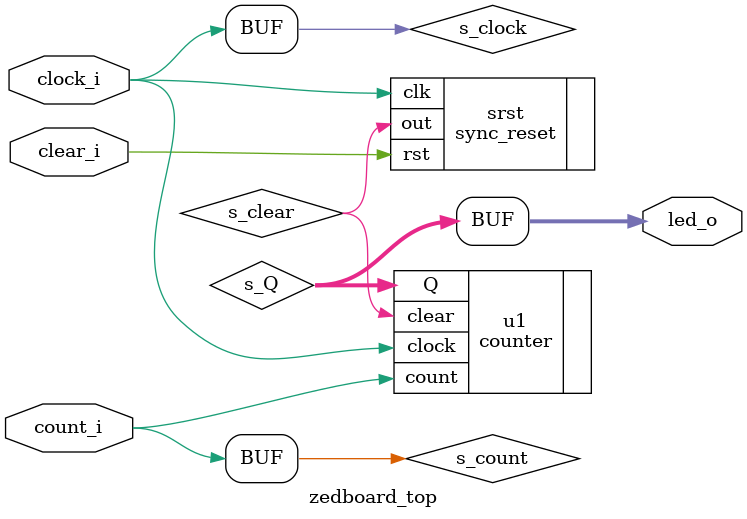
<source format=v>

module zedboard_top (
    clear_i,
    count_i,
    clock_i,
    led_o
);

input clear_i, count_i, clock_i;
output [7:0] led_o;

wire s_clock, s_clear, s_count;
wire [7:0] s_Q;

sync_reset srst (
    .clk    (clock_i),
    .rst    (clear_i),
    .out    (s_clear)
);

counter u1(
    .clock(s_clock),
    .clear(s_clear),
    .count(s_count),
    .Q(s_Q)
);

assign s_clock = clock_i;
assign s_count = count_i;
assign led_o[7:0] = s_Q[7:0];

endmodule

</source>
